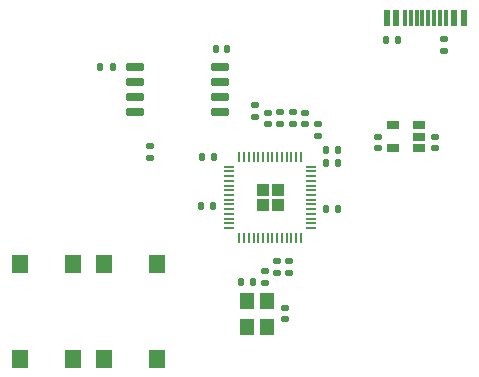
<source format=gtp>
%TF.GenerationSoftware,KiCad,Pcbnew,(6.0.0)*%
%TF.CreationDate,2022-11-06T23:16:27-06:00*%
%TF.ProjectId,Flatbox-rev4,466c6174-626f-4782-9d72-6576342e6b69,rev?*%
%TF.SameCoordinates,Original*%
%TF.FileFunction,Paste,Top*%
%TF.FilePolarity,Positive*%
%FSLAX46Y46*%
G04 Gerber Fmt 4.6, Leading zero omitted, Abs format (unit mm)*
G04 Created by KiCad (PCBNEW (6.0.0)) date 2022-11-06 23:16:27*
%MOMM*%
%LPD*%
G01*
G04 APERTURE LIST*
G04 Aperture macros list*
%AMRoundRect*
0 Rectangle with rounded corners*
0 $1 Rounding radius*
0 $2 $3 $4 $5 $6 $7 $8 $9 X,Y pos of 4 corners*
0 Add a 4 corners polygon primitive as box body*
4,1,4,$2,$3,$4,$5,$6,$7,$8,$9,$2,$3,0*
0 Add four circle primitives for the rounded corners*
1,1,$1+$1,$2,$3*
1,1,$1+$1,$4,$5*
1,1,$1+$1,$6,$7*
1,1,$1+$1,$8,$9*
0 Add four rect primitives between the rounded corners*
20,1,$1+$1,$2,$3,$4,$5,0*
20,1,$1+$1,$4,$5,$6,$7,0*
20,1,$1+$1,$6,$7,$8,$9,0*
20,1,$1+$1,$8,$9,$2,$3,0*%
G04 Aperture macros list end*
%ADD10RoundRect,0.135000X-0.185000X0.135000X-0.185000X-0.135000X0.185000X-0.135000X0.185000X0.135000X0*%
%ADD11R,0.600000X1.450000*%
%ADD12R,0.300000X1.450000*%
%ADD13RoundRect,0.135000X0.135000X0.185000X-0.135000X0.185000X-0.135000X-0.185000X0.135000X-0.185000X0*%
%ADD14RoundRect,0.140000X0.170000X-0.140000X0.170000X0.140000X-0.170000X0.140000X-0.170000X-0.140000X0*%
%ADD15RoundRect,0.140000X-0.140000X-0.170000X0.140000X-0.170000X0.140000X0.170000X-0.140000X0.170000X0*%
%ADD16RoundRect,0.140000X-0.170000X0.140000X-0.170000X-0.140000X0.170000X-0.140000X0.170000X0.140000X0*%
%ADD17RoundRect,0.135000X-0.135000X-0.185000X0.135000X-0.185000X0.135000X0.185000X-0.135000X0.185000X0*%
%ADD18R,1.400000X1.600000*%
%ADD19R,1.060000X0.650000*%
%ADD20RoundRect,0.150000X-0.650000X-0.150000X0.650000X-0.150000X0.650000X0.150000X-0.650000X0.150000X0*%
%ADD21RoundRect,0.250000X-0.292217X-0.292217X0.292217X-0.292217X0.292217X0.292217X-0.292217X0.292217X0*%
%ADD22RoundRect,0.050000X-0.387500X-0.050000X0.387500X-0.050000X0.387500X0.050000X-0.387500X0.050000X0*%
%ADD23RoundRect,0.050000X-0.050000X-0.387500X0.050000X-0.387500X0.050000X0.387500X-0.050000X0.387500X0*%
%ADD24R,1.200000X1.400000*%
%ADD25RoundRect,0.140000X0.140000X0.170000X-0.140000X0.170000X-0.140000X-0.170000X0.140000X-0.170000X0*%
%ADD26RoundRect,0.135000X0.185000X-0.135000X0.185000X0.135000X-0.185000X0.135000X-0.185000X-0.135000X0*%
G04 APERTURE END LIST*
D10*
X146550000Y-33990000D03*
X146550000Y-35010000D03*
D11*
X148250000Y-32195000D03*
X147450000Y-32195000D03*
D12*
X146750000Y-32195000D03*
X146250000Y-32195000D03*
X145750000Y-32195000D03*
X145250000Y-32195000D03*
X144750000Y-32195000D03*
X144250000Y-32195000D03*
X143750000Y-32195000D03*
X143250000Y-32195000D03*
D11*
X142550000Y-32195000D03*
X141750000Y-32195000D03*
D13*
X142660000Y-34050000D03*
X141640000Y-34050000D03*
D14*
X145800000Y-43230000D03*
X145800000Y-42270000D03*
D15*
X129420000Y-54600000D03*
X130380000Y-54600000D03*
D14*
X141000000Y-43230000D03*
X141000000Y-42270000D03*
D15*
X127270000Y-34800000D03*
X128230000Y-34800000D03*
D14*
X130600000Y-40580000D03*
X130600000Y-39620000D03*
D16*
X133450000Y-52820000D03*
X133450000Y-53780000D03*
D14*
X134850000Y-41180000D03*
X134850000Y-40220000D03*
X131650000Y-41180000D03*
X131650000Y-40220000D03*
X135900000Y-42180000D03*
X135900000Y-41220000D03*
D15*
X136620000Y-44450000D03*
X137580000Y-44450000D03*
X136620000Y-43400000D03*
X137580000Y-43400000D03*
D10*
X121650000Y-43090000D03*
X121650000Y-44110000D03*
D17*
X117490000Y-36400000D03*
X118510000Y-36400000D03*
D10*
X133780000Y-40190000D03*
X133780000Y-41210000D03*
D18*
X115150000Y-53050000D03*
X115150000Y-61050000D03*
X110650000Y-53050000D03*
X110650000Y-61050000D03*
D19*
X144500000Y-43200000D03*
X144500000Y-42250000D03*
X144500000Y-41300000D03*
X142300000Y-41300000D03*
X142300000Y-43200000D03*
D20*
X120450000Y-36395000D03*
X120450000Y-37665000D03*
X120450000Y-38935000D03*
X120450000Y-40205000D03*
X127650000Y-40205000D03*
X127650000Y-38935000D03*
X127650000Y-37665000D03*
X127650000Y-36395000D03*
D21*
X132487500Y-48037500D03*
X131212500Y-48037500D03*
X132487500Y-46762500D03*
X131212500Y-46762500D03*
D22*
X128412500Y-44800000D03*
X128412500Y-45200000D03*
X128412500Y-45600000D03*
X128412500Y-46000000D03*
X128412500Y-46400000D03*
X128412500Y-46800000D03*
X128412500Y-47200000D03*
X128412500Y-47600000D03*
X128412500Y-48000000D03*
X128412500Y-48400000D03*
X128412500Y-48800000D03*
X128412500Y-49200000D03*
X128412500Y-49600000D03*
X128412500Y-50000000D03*
D23*
X129250000Y-50837500D03*
X129650000Y-50837500D03*
X130050000Y-50837500D03*
X130450000Y-50837500D03*
X130850000Y-50837500D03*
X131250000Y-50837500D03*
X131650000Y-50837500D03*
X132050000Y-50837500D03*
X132450000Y-50837500D03*
X132850000Y-50837500D03*
X133250000Y-50837500D03*
X133650000Y-50837500D03*
X134050000Y-50837500D03*
X134450000Y-50837500D03*
D22*
X135287500Y-50000000D03*
X135287500Y-49600000D03*
X135287500Y-49200000D03*
X135287500Y-48800000D03*
X135287500Y-48400000D03*
X135287500Y-48000000D03*
X135287500Y-47600000D03*
X135287500Y-47200000D03*
X135287500Y-46800000D03*
X135287500Y-46400000D03*
X135287500Y-46000000D03*
X135287500Y-45600000D03*
X135287500Y-45200000D03*
X135287500Y-44800000D03*
D23*
X134450000Y-43962500D03*
X134050000Y-43962500D03*
X133650000Y-43962500D03*
X133250000Y-43962500D03*
X132850000Y-43962500D03*
X132450000Y-43962500D03*
X132050000Y-43962500D03*
X131650000Y-43962500D03*
X131250000Y-43962500D03*
X130850000Y-43962500D03*
X130450000Y-43962500D03*
X130050000Y-43962500D03*
X129650000Y-43962500D03*
X129250000Y-43962500D03*
D24*
X129900000Y-56150000D03*
X129900000Y-58350000D03*
X131600000Y-58350000D03*
X131600000Y-56150000D03*
D10*
X132700000Y-40190000D03*
X132700000Y-41210000D03*
D16*
X133100000Y-56770000D03*
X133100000Y-57730000D03*
D18*
X117800000Y-61050000D03*
X117800000Y-53050000D03*
X122300000Y-61050000D03*
X122300000Y-53050000D03*
D25*
X126980000Y-48133000D03*
X126020000Y-48133000D03*
D15*
X136620000Y-48400000D03*
X137580000Y-48400000D03*
D26*
X131400000Y-54660000D03*
X131400000Y-53640000D03*
D16*
X132420000Y-52820000D03*
X132420000Y-53780000D03*
D25*
X127080000Y-44000000D03*
X126120000Y-44000000D03*
M02*

</source>
